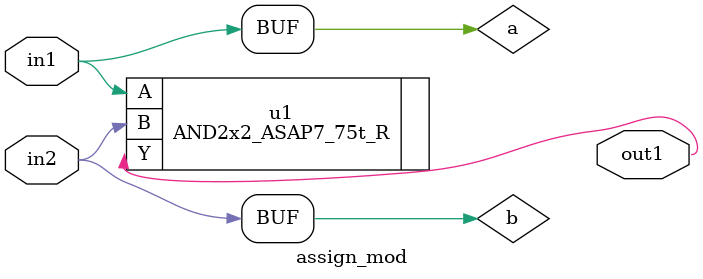
<source format=v>
module assign_mod (input in1, input in2, output out1);
  wire a, b;
  assign a = in1;
  assign b = in2;
  AND2x2_ASAP7_75t_R u1 (.A(a), .B(b), .Y(out1));
endmodule

</source>
